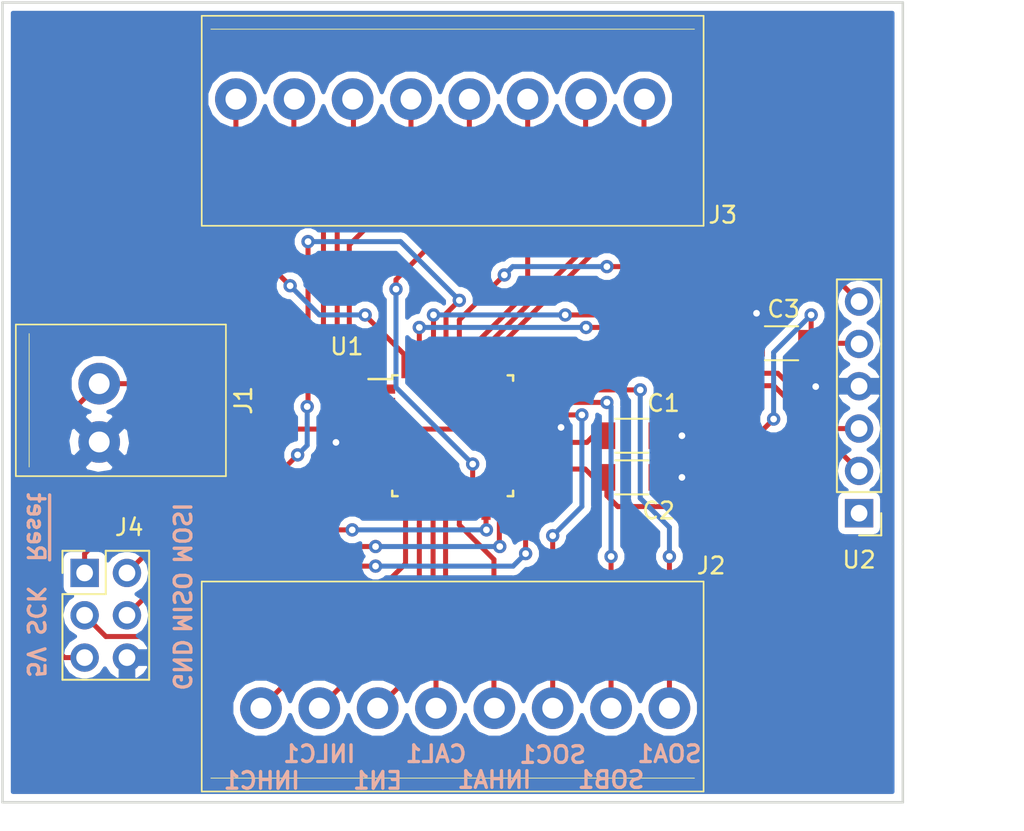
<source format=kicad_pcb>
(kicad_pcb (version 20171130) (host pcbnew "(5.0.1)-3")

  (general
    (thickness 1.6)
    (drawings 25)
    (tracks 190)
    (zones 0)
    (modules 9)
    (nets 32)
  )

  (page A4)
  (layers
    (0 F.Cu signal)
    (31 B.Cu signal hide)
    (32 B.Adhes user)
    (33 F.Adhes user)
    (34 B.Paste user)
    (35 F.Paste user)
    (36 B.SilkS user)
    (37 F.SilkS user)
    (38 B.Mask user)
    (39 F.Mask user)
    (40 Dwgs.User user)
    (41 Cmts.User user)
    (42 Eco1.User user)
    (43 Eco2.User user)
    (44 Edge.Cuts user)
    (45 Margin user)
    (46 B.CrtYd user)
    (47 F.CrtYd user)
    (48 B.Fab user hide)
    (49 F.Fab user hide)
  )

  (setup
    (last_trace_width 0.3)
    (user_trace_width 0.2)
    (user_trace_width 0.25)
    (user_trace_width 0.3)
    (user_trace_width 0.4)
    (user_trace_width 0.5)
    (trace_clearance 0.2)
    (zone_clearance 0.4)
    (zone_45_only no)
    (trace_min 0.2)
    (segment_width 0.2)
    (edge_width 0.15)
    (via_size 0.8)
    (via_drill 0.4)
    (via_min_size 0.4)
    (via_min_drill 0.3)
    (uvia_size 0.3)
    (uvia_drill 0.1)
    (uvias_allowed no)
    (uvia_min_size 0.2)
    (uvia_min_drill 0.1)
    (pcb_text_width 0.3)
    (pcb_text_size 1.5 1.5)
    (mod_edge_width 0.15)
    (mod_text_size 1 1)
    (mod_text_width 0.15)
    (pad_size 1.524 1.524)
    (pad_drill 0.762)
    (pad_to_mask_clearance 0.051)
    (solder_mask_min_width 0.25)
    (aux_axis_origin 0 0)
    (visible_elements 7FFDFFFF)
    (pcbplotparams
      (layerselection 0x010fc_ffffffff)
      (usegerberextensions false)
      (usegerberattributes false)
      (usegerberadvancedattributes false)
      (creategerberjobfile false)
      (excludeedgelayer true)
      (linewidth 0.100000)
      (plotframeref false)
      (viasonmask false)
      (mode 1)
      (useauxorigin false)
      (hpglpennumber 1)
      (hpglpenspeed 20)
      (hpglpendiameter 15.000000)
      (psnegative false)
      (psa4output false)
      (plotreference true)
      (plotvalue true)
      (plotinvisibletext false)
      (padsonsilk false)
      (subtractmaskfromsilk false)
      (outputformat 1)
      (mirror false)
      (drillshape 1)
      (scaleselection 1)
      (outputdirectory ""))
  )

  (net 0 "")
  (net 1 INHA1)
  (net 2 INHC1)
  (net 3 INLC1)
  (net 4 CAL1)
  (net 5 SOC1)
  (net 6 SOB1)
  (net 7 SOA1)
  (net 8 ENABLE1)
  (net 9 ENABLE2)
  (net 10 SOA2)
  (net 11 SOB2)
  (net 12 SOC2)
  (net 13 CAL2)
  (net 14 INLC2)
  (net 15 INHC2)
  (net 16 INHA2)
  (net 17 GND)
  (net 18 +5V)
  (net 19 ~RESET)
  (net 20 SCK)
  (net 21 MISO)
  (net 22 MOSI)
  (net 23 "Net-(U2-Pad1)")
  (net 24 HC-05_RX)
  (net 25 HC-05_TX)
  (net 26 PC5)
  (net 27 "Net-(C1-Pad1)")
  (net 28 "Net-(U1-Pad19)")
  (net 29 "Net-(U1-Pad6)")
  (net 30 "Net-(U1-Pad8)")
  (net 31 "Net-(U1-Pad7)")

  (net_class Default "This is the default net class."
    (clearance 0.2)
    (trace_width 0.25)
    (via_dia 0.8)
    (via_drill 0.4)
    (uvia_dia 0.3)
    (uvia_drill 0.1)
    (add_net +5V)
    (add_net CAL1)
    (add_net CAL2)
    (add_net ENABLE1)
    (add_net ENABLE2)
    (add_net GND)
    (add_net HC-05_RX)
    (add_net HC-05_TX)
    (add_net INHA1)
    (add_net INHA2)
    (add_net INHC1)
    (add_net INHC2)
    (add_net INLC1)
    (add_net INLC2)
    (add_net MISO)
    (add_net MOSI)
    (add_net "Net-(C1-Pad1)")
    (add_net "Net-(U1-Pad19)")
    (add_net "Net-(U1-Pad6)")
    (add_net "Net-(U1-Pad7)")
    (add_net "Net-(U1-Pad8)")
    (add_net "Net-(U2-Pad1)")
    (add_net PC5)
    (add_net SCK)
    (add_net SOA1)
    (add_net SOA2)
    (add_net SOB1)
    (add_net SOB2)
    (add_net SOC1)
    (add_net SOC2)
    (add_net ~RESET)
  )

  (module Capacitors_SMD:C_1206 (layer F.Cu) (tedit 58AA84B8) (tstamp 5BDA115D)
    (at 176.25 93)
    (descr "Capacitor SMD 1206, reflow soldering, AVX (see smccp.pdf)")
    (tags "capacitor 1206")
    (path /5BD8CA9F)
    (attr smd)
    (fp_text reference C1 (at 1.9 -1.95) (layer F.SilkS)
      (effects (font (size 1 1) (thickness 0.15)))
    )
    (fp_text value 0.1uF (at 0 2) (layer F.Fab)
      (effects (font (size 1 1) (thickness 0.15)))
    )
    (fp_line (start 2.25 1.05) (end -2.25 1.05) (layer F.CrtYd) (width 0.05))
    (fp_line (start 2.25 1.05) (end 2.25 -1.05) (layer F.CrtYd) (width 0.05))
    (fp_line (start -2.25 -1.05) (end -2.25 1.05) (layer F.CrtYd) (width 0.05))
    (fp_line (start -2.25 -1.05) (end 2.25 -1.05) (layer F.CrtYd) (width 0.05))
    (fp_line (start -1 1.02) (end 1 1.02) (layer F.SilkS) (width 0.12))
    (fp_line (start 1 -1.02) (end -1 -1.02) (layer F.SilkS) (width 0.12))
    (fp_line (start -1.6 -0.8) (end 1.6 -0.8) (layer F.Fab) (width 0.1))
    (fp_line (start 1.6 -0.8) (end 1.6 0.8) (layer F.Fab) (width 0.1))
    (fp_line (start 1.6 0.8) (end -1.6 0.8) (layer F.Fab) (width 0.1))
    (fp_line (start -1.6 0.8) (end -1.6 -0.8) (layer F.Fab) (width 0.1))
    (fp_text user %R (at 0 -1.75) (layer F.Fab)
      (effects (font (size 1 1) (thickness 0.15)))
    )
    (pad 2 smd rect (at 1.5 0) (size 1 1.6) (layers F.Cu F.Paste F.Mask)
      (net 17 GND))
    (pad 1 smd rect (at -1.5 0) (size 1 1.6) (layers F.Cu F.Paste F.Mask)
      (net 27 "Net-(C1-Pad1)"))
    (model Capacitors_SMD.3dshapes/C_1206.wrl
      (at (xyz 0 0 0))
      (scale (xyz 1 1 1))
      (rotate (xyz 0 0 0))
    )
  )

  (module Pin_Headers:Pin_Header_Straight_2x03_Pitch2.54mm (layer F.Cu) (tedit 59650532) (tstamp 5BDBDB48)
    (at 143.425 101.235)
    (descr "Through hole straight pin header, 2x03, 2.54mm pitch, double rows")
    (tags "Through hole pin header THT 2x03 2.54mm double row")
    (path /5BD8E0CC)
    (fp_text reference J4 (at 2.675 -2.735) (layer F.SilkS)
      (effects (font (size 1 1) (thickness 0.15)))
    )
    (fp_text value Programmer (at 1.27 7.41) (layer F.Fab)
      (effects (font (size 1 1) (thickness 0.15)))
    )
    (fp_text user %R (at 1.27 2.54 90) (layer F.Fab)
      (effects (font (size 1 1) (thickness 0.15)))
    )
    (fp_line (start 4.35 -1.8) (end -1.8 -1.8) (layer F.CrtYd) (width 0.05))
    (fp_line (start 4.35 6.85) (end 4.35 -1.8) (layer F.CrtYd) (width 0.05))
    (fp_line (start -1.8 6.85) (end 4.35 6.85) (layer F.CrtYd) (width 0.05))
    (fp_line (start -1.8 -1.8) (end -1.8 6.85) (layer F.CrtYd) (width 0.05))
    (fp_line (start -1.33 -1.33) (end 0 -1.33) (layer F.SilkS) (width 0.12))
    (fp_line (start -1.33 0) (end -1.33 -1.33) (layer F.SilkS) (width 0.12))
    (fp_line (start 1.27 -1.33) (end 3.87 -1.33) (layer F.SilkS) (width 0.12))
    (fp_line (start 1.27 1.27) (end 1.27 -1.33) (layer F.SilkS) (width 0.12))
    (fp_line (start -1.33 1.27) (end 1.27 1.27) (layer F.SilkS) (width 0.12))
    (fp_line (start 3.87 -1.33) (end 3.87 6.41) (layer F.SilkS) (width 0.12))
    (fp_line (start -1.33 1.27) (end -1.33 6.41) (layer F.SilkS) (width 0.12))
    (fp_line (start -1.33 6.41) (end 3.87 6.41) (layer F.SilkS) (width 0.12))
    (fp_line (start -1.27 0) (end 0 -1.27) (layer F.Fab) (width 0.1))
    (fp_line (start -1.27 6.35) (end -1.27 0) (layer F.Fab) (width 0.1))
    (fp_line (start 3.81 6.35) (end -1.27 6.35) (layer F.Fab) (width 0.1))
    (fp_line (start 3.81 -1.27) (end 3.81 6.35) (layer F.Fab) (width 0.1))
    (fp_line (start 0 -1.27) (end 3.81 -1.27) (layer F.Fab) (width 0.1))
    (pad 6 thru_hole oval (at 2.54 5.08) (size 1.7 1.7) (drill 1) (layers *.Cu *.Mask)
      (net 17 GND))
    (pad 5 thru_hole oval (at 0 5.08) (size 1.7 1.7) (drill 1) (layers *.Cu *.Mask)
      (net 18 +5V))
    (pad 4 thru_hole oval (at 2.54 2.54) (size 1.7 1.7) (drill 1) (layers *.Cu *.Mask)
      (net 21 MISO))
    (pad 3 thru_hole oval (at 0 2.54) (size 1.7 1.7) (drill 1) (layers *.Cu *.Mask)
      (net 20 SCK))
    (pad 2 thru_hole oval (at 2.54 0) (size 1.7 1.7) (drill 1) (layers *.Cu *.Mask)
      (net 22 MOSI))
    (pad 1 thru_hole rect (at 0 0) (size 1.7 1.7) (drill 1) (layers *.Cu *.Mask)
      (net 19 ~RESET))
    (model ${KISYS3DMOD}/Pin_Headers.3dshapes/Pin_Header_Straight_2x03_Pitch2.54mm.wrl
      (at (xyz 0 0 0))
      (scale (xyz 1 1 1))
      (rotate (xyz 0 0 0))
    )
  )

  (module Pin_Headers:Pin_Header_Straight_1x06_Pitch2.54mm (layer F.Cu) (tedit 59650532) (tstamp 5BD87CDC)
    (at 189.875 97.65 180)
    (descr "Through hole straight pin header, 1x06, 2.54mm pitch, single row")
    (tags "Through hole pin header THT 1x06 2.54mm single row")
    (path /5BD8C46F)
    (fp_text reference U2 (at 0 -2.8 180) (layer F.SilkS)
      (effects (font (size 1 1) (thickness 0.15)))
    )
    (fp_text value HC-05_BluetoothModule (at 0 15.03 180) (layer F.Fab)
      (effects (font (size 1 1) (thickness 0.15)))
    )
    (fp_line (start -0.635 -1.27) (end 1.27 -1.27) (layer F.Fab) (width 0.1))
    (fp_line (start 1.27 -1.27) (end 1.27 13.97) (layer F.Fab) (width 0.1))
    (fp_line (start 1.27 13.97) (end -1.27 13.97) (layer F.Fab) (width 0.1))
    (fp_line (start -1.27 13.97) (end -1.27 -0.635) (layer F.Fab) (width 0.1))
    (fp_line (start -1.27 -0.635) (end -0.635 -1.27) (layer F.Fab) (width 0.1))
    (fp_line (start -1.33 14.03) (end 1.33 14.03) (layer F.SilkS) (width 0.12))
    (fp_line (start -1.33 1.27) (end -1.33 14.03) (layer F.SilkS) (width 0.12))
    (fp_line (start 1.33 1.27) (end 1.33 14.03) (layer F.SilkS) (width 0.12))
    (fp_line (start -1.33 1.27) (end 1.33 1.27) (layer F.SilkS) (width 0.12))
    (fp_line (start -1.33 0) (end -1.33 -1.33) (layer F.SilkS) (width 0.12))
    (fp_line (start -1.33 -1.33) (end 0 -1.33) (layer F.SilkS) (width 0.12))
    (fp_line (start -1.8 -1.8) (end -1.8 14.5) (layer F.CrtYd) (width 0.05))
    (fp_line (start -1.8 14.5) (end 1.8 14.5) (layer F.CrtYd) (width 0.05))
    (fp_line (start 1.8 14.5) (end 1.8 -1.8) (layer F.CrtYd) (width 0.05))
    (fp_line (start 1.8 -1.8) (end -1.8 -1.8) (layer F.CrtYd) (width 0.05))
    (fp_text user %R (at 0 6.35 270) (layer F.Fab)
      (effects (font (size 1 1) (thickness 0.15)))
    )
    (pad 1 thru_hole rect (at 0 0 180) (size 1.7 1.7) (drill 1) (layers *.Cu *.Mask)
      (net 23 "Net-(U2-Pad1)"))
    (pad 2 thru_hole oval (at 0 2.54 180) (size 1.7 1.7) (drill 1) (layers *.Cu *.Mask)
      (net 24 HC-05_RX))
    (pad 3 thru_hole oval (at 0 5.08 180) (size 1.7 1.7) (drill 1) (layers *.Cu *.Mask)
      (net 25 HC-05_TX))
    (pad 4 thru_hole oval (at 0 7.62 180) (size 1.7 1.7) (drill 1) (layers *.Cu *.Mask)
      (net 17 GND))
    (pad 5 thru_hole oval (at 0 10.16 180) (size 1.7 1.7) (drill 1) (layers *.Cu *.Mask)
      (net 18 +5V))
    (pad 6 thru_hole oval (at 0 12.7 180) (size 1.7 1.7) (drill 1) (layers *.Cu *.Mask)
      (net 26 PC5))
    (model ${KISYS3DMOD}/Pin_Headers.3dshapes/Pin_Header_Straight_1x06_Pitch2.54mm.wrl
      (at (xyz 0 0 0))
      (scale (xyz 1 1 1))
      (rotate (xyz 0 0 0))
    )
  )

  (module Capacitors_SMD:C_1206 (layer F.Cu) (tedit 58AA84B8) (tstamp 5BDBDDC3)
    (at 185.225 87.45 180)
    (descr "Capacitor SMD 1206, reflow soldering, AVX (see smccp.pdf)")
    (tags "capacitor 1206")
    (path /5BD8C64F)
    (attr smd)
    (fp_text reference C3 (at -0.125 2.05 180) (layer F.SilkS)
      (effects (font (size 1 1) (thickness 0.15)))
    )
    (fp_text value 0.1uF (at 0 2 180) (layer F.Fab)
      (effects (font (size 1 1) (thickness 0.15)))
    )
    (fp_line (start 2.25 1.05) (end -2.25 1.05) (layer F.CrtYd) (width 0.05))
    (fp_line (start 2.25 1.05) (end 2.25 -1.05) (layer F.CrtYd) (width 0.05))
    (fp_line (start -2.25 -1.05) (end -2.25 1.05) (layer F.CrtYd) (width 0.05))
    (fp_line (start -2.25 -1.05) (end 2.25 -1.05) (layer F.CrtYd) (width 0.05))
    (fp_line (start -1 1.02) (end 1 1.02) (layer F.SilkS) (width 0.12))
    (fp_line (start 1 -1.02) (end -1 -1.02) (layer F.SilkS) (width 0.12))
    (fp_line (start -1.6 -0.8) (end 1.6 -0.8) (layer F.Fab) (width 0.1))
    (fp_line (start 1.6 -0.8) (end 1.6 0.8) (layer F.Fab) (width 0.1))
    (fp_line (start 1.6 0.8) (end -1.6 0.8) (layer F.Fab) (width 0.1))
    (fp_line (start -1.6 0.8) (end -1.6 -0.8) (layer F.Fab) (width 0.1))
    (fp_text user %R (at 0 -1.75 180) (layer F.Fab)
      (effects (font (size 1 1) (thickness 0.15)))
    )
    (pad 2 smd rect (at 1.5 0 180) (size 1 1.6) (layers F.Cu F.Paste F.Mask)
      (net 17 GND))
    (pad 1 smd rect (at -1.5 0 180) (size 1 1.6) (layers F.Cu F.Paste F.Mask)
      (net 18 +5V))
    (model Capacitors_SMD.3dshapes/C_1206.wrl
      (at (xyz 0 0 0))
      (scale (xyz 1 1 1))
      (rotate (xyz 0 0 0))
    )
  )

  (module Capacitors_SMD:C_1206 (layer F.Cu) (tedit 58AA84B8) (tstamp 5BDA116E)
    (at 176.25 95.5 180)
    (descr "Capacitor SMD 1206, reflow soldering, AVX (see smccp.pdf)")
    (tags "capacitor 1206")
    (path /5BD8C8F6)
    (attr smd)
    (fp_text reference C2 (at -1.6 -2 180) (layer F.SilkS)
      (effects (font (size 1 1) (thickness 0.15)))
    )
    (fp_text value 0.1uF (at 0 2 180) (layer F.Fab)
      (effects (font (size 1 1) (thickness 0.15)))
    )
    (fp_text user %R (at 0 -1.75 180) (layer F.Fab)
      (effects (font (size 1 1) (thickness 0.15)))
    )
    (fp_line (start -1.6 0.8) (end -1.6 -0.8) (layer F.Fab) (width 0.1))
    (fp_line (start 1.6 0.8) (end -1.6 0.8) (layer F.Fab) (width 0.1))
    (fp_line (start 1.6 -0.8) (end 1.6 0.8) (layer F.Fab) (width 0.1))
    (fp_line (start -1.6 -0.8) (end 1.6 -0.8) (layer F.Fab) (width 0.1))
    (fp_line (start 1 -1.02) (end -1 -1.02) (layer F.SilkS) (width 0.12))
    (fp_line (start -1 1.02) (end 1 1.02) (layer F.SilkS) (width 0.12))
    (fp_line (start -2.25 -1.05) (end 2.25 -1.05) (layer F.CrtYd) (width 0.05))
    (fp_line (start -2.25 -1.05) (end -2.25 1.05) (layer F.CrtYd) (width 0.05))
    (fp_line (start 2.25 1.05) (end 2.25 -1.05) (layer F.CrtYd) (width 0.05))
    (fp_line (start 2.25 1.05) (end -2.25 1.05) (layer F.CrtYd) (width 0.05))
    (pad 1 smd rect (at -1.5 0 180) (size 1 1.6) (layers F.Cu F.Paste F.Mask)
      (net 17 GND))
    (pad 2 smd rect (at 1.5 0 180) (size 1 1.6) (layers F.Cu F.Paste F.Mask)
      (net 18 +5V))
    (model Capacitors_SMD.3dshapes/C_1206.wrl
      (at (xyz 0 0 0))
      (scale (xyz 1 1 1))
      (rotate (xyz 0 0 0))
    )
  )

  (module Housings_QFP:TQFP-32_7x7mm_Pitch0.8mm (layer F.Cu) (tedit 58CC9A48) (tstamp 5BDA114C)
    (at 165.5 93)
    (descr "32-Lead Plastic Thin Quad Flatpack (PT) - 7x7x1.0 mm Body, 2.00 mm [TQFP] (see Microchip Packaging Specification 00000049BS.pdf)")
    (tags "QFP 0.8")
    (path /5BD8C7F2)
    (attr smd)
    (fp_text reference U1 (at -6.35 -5.35) (layer F.SilkS)
      (effects (font (size 1 1) (thickness 0.15)))
    )
    (fp_text value ATmega328PB-AU (at 0 6.05) (layer F.Fab)
      (effects (font (size 1 1) (thickness 0.15)))
    )
    (fp_line (start -3.625 -3.4) (end -5.05 -3.4) (layer F.SilkS) (width 0.15))
    (fp_line (start 3.625 -3.625) (end 3.3 -3.625) (layer F.SilkS) (width 0.15))
    (fp_line (start 3.625 3.625) (end 3.3 3.625) (layer F.SilkS) (width 0.15))
    (fp_line (start -3.625 3.625) (end -3.3 3.625) (layer F.SilkS) (width 0.15))
    (fp_line (start -3.625 -3.625) (end -3.3 -3.625) (layer F.SilkS) (width 0.15))
    (fp_line (start -3.625 3.625) (end -3.625 3.3) (layer F.SilkS) (width 0.15))
    (fp_line (start 3.625 3.625) (end 3.625 3.3) (layer F.SilkS) (width 0.15))
    (fp_line (start 3.625 -3.625) (end 3.625 -3.3) (layer F.SilkS) (width 0.15))
    (fp_line (start -3.625 -3.625) (end -3.625 -3.4) (layer F.SilkS) (width 0.15))
    (fp_line (start -5.3 5.3) (end 5.3 5.3) (layer F.CrtYd) (width 0.05))
    (fp_line (start -5.3 -5.3) (end 5.3 -5.3) (layer F.CrtYd) (width 0.05))
    (fp_line (start 5.3 -5.3) (end 5.3 5.3) (layer F.CrtYd) (width 0.05))
    (fp_line (start -5.3 -5.3) (end -5.3 5.3) (layer F.CrtYd) (width 0.05))
    (fp_line (start -3.5 -2.5) (end -2.5 -3.5) (layer F.Fab) (width 0.15))
    (fp_line (start -3.5 3.5) (end -3.5 -2.5) (layer F.Fab) (width 0.15))
    (fp_line (start 3.5 3.5) (end -3.5 3.5) (layer F.Fab) (width 0.15))
    (fp_line (start 3.5 -3.5) (end 3.5 3.5) (layer F.Fab) (width 0.15))
    (fp_line (start -2.5 -3.5) (end 3.5 -3.5) (layer F.Fab) (width 0.15))
    (fp_text user %R (at 0 0) (layer F.Fab)
      (effects (font (size 1 1) (thickness 0.15)))
    )
    (pad 32 smd rect (at -2.8 -4.25 90) (size 1.6 0.55) (layers F.Cu F.Paste F.Mask)
      (net 16 INHA2))
    (pad 31 smd rect (at -2 -4.25 90) (size 1.6 0.55) (layers F.Cu F.Paste F.Mask)
      (net 24 HC-05_RX))
    (pad 30 smd rect (at -1.2 -4.25 90) (size 1.6 0.55) (layers F.Cu F.Paste F.Mask)
      (net 25 HC-05_TX))
    (pad 29 smd rect (at -0.4 -4.25 90) (size 1.6 0.55) (layers F.Cu F.Paste F.Mask)
      (net 19 ~RESET))
    (pad 28 smd rect (at 0.4 -4.25 90) (size 1.6 0.55) (layers F.Cu F.Paste F.Mask)
      (net 26 PC5))
    (pad 27 smd rect (at 1.2 -4.25 90) (size 1.6 0.55) (layers F.Cu F.Paste F.Mask)
      (net 10 SOA2))
    (pad 26 smd rect (at 2 -4.25 90) (size 1.6 0.55) (layers F.Cu F.Paste F.Mask)
      (net 11 SOB2))
    (pad 25 smd rect (at 2.8 -4.25 90) (size 1.6 0.55) (layers F.Cu F.Paste F.Mask)
      (net 12 SOC2))
    (pad 24 smd rect (at 4.25 -2.8) (size 1.6 0.55) (layers F.Cu F.Paste F.Mask)
      (net 7 SOA1))
    (pad 23 smd rect (at 4.25 -2) (size 1.6 0.55) (layers F.Cu F.Paste F.Mask)
      (net 6 SOB1))
    (pad 22 smd rect (at 4.25 -1.2) (size 1.6 0.55) (layers F.Cu F.Paste F.Mask)
      (net 5 SOC1))
    (pad 21 smd rect (at 4.25 -0.4) (size 1.6 0.55) (layers F.Cu F.Paste F.Mask)
      (net 17 GND))
    (pad 20 smd rect (at 4.25 0.4) (size 1.6 0.55) (layers F.Cu F.Paste F.Mask)
      (net 27 "Net-(C1-Pad1)"))
    (pad 19 smd rect (at 4.25 1.2) (size 1.6 0.55) (layers F.Cu F.Paste F.Mask)
      (net 28 "Net-(U1-Pad19)"))
    (pad 18 smd rect (at 4.25 2) (size 1.6 0.55) (layers F.Cu F.Paste F.Mask)
      (net 18 +5V))
    (pad 17 smd rect (at 4.25 2.8) (size 1.6 0.55) (layers F.Cu F.Paste F.Mask)
      (net 20 SCK))
    (pad 16 smd rect (at 2.8 4.25 90) (size 1.6 0.55) (layers F.Cu F.Paste F.Mask)
      (net 21 MISO))
    (pad 15 smd rect (at 2 4.25 90) (size 1.6 0.55) (layers F.Cu F.Paste F.Mask)
      (net 22 MOSI))
    (pad 14 smd rect (at 1.2 4.25 90) (size 1.6 0.55) (layers F.Cu F.Paste F.Mask)
      (net 9 ENABLE2))
    (pad 13 smd rect (at 0.4 4.25 90) (size 1.6 0.55) (layers F.Cu F.Paste F.Mask)
      (net 1 INHA1))
    (pad 12 smd rect (at -0.4 4.25 90) (size 1.6 0.55) (layers F.Cu F.Paste F.Mask)
      (net 4 CAL1))
    (pad 11 smd rect (at -1.2 4.25 90) (size 1.6 0.55) (layers F.Cu F.Paste F.Mask)
      (net 8 ENABLE1))
    (pad 10 smd rect (at -2 4.25 90) (size 1.6 0.55) (layers F.Cu F.Paste F.Mask)
      (net 3 INLC1))
    (pad 9 smd rect (at -2.8 4.25 90) (size 1.6 0.55) (layers F.Cu F.Paste F.Mask)
      (net 2 INHC1))
    (pad 8 smd rect (at -4.25 2.8) (size 1.6 0.55) (layers F.Cu F.Paste F.Mask)
      (net 30 "Net-(U1-Pad8)"))
    (pad 7 smd rect (at -4.25 2) (size 1.6 0.55) (layers F.Cu F.Paste F.Mask)
      (net 31 "Net-(U1-Pad7)"))
    (pad 6 smd rect (at -4.25 1.2) (size 1.6 0.55) (layers F.Cu F.Paste F.Mask)
      (net 29 "Net-(U1-Pad6)"))
    (pad 5 smd rect (at -4.25 0.4) (size 1.6 0.55) (layers F.Cu F.Paste F.Mask)
      (net 17 GND))
    (pad 4 smd rect (at -4.25 -0.4) (size 1.6 0.55) (layers F.Cu F.Paste F.Mask)
      (net 18 +5V))
    (pad 3 smd rect (at -4.25 -1.2) (size 1.6 0.55) (layers F.Cu F.Paste F.Mask)
      (net 15 INHC2))
    (pad 2 smd rect (at -4.25 -2) (size 1.6 0.55) (layers F.Cu F.Paste F.Mask)
      (net 14 INLC2))
    (pad 1 smd rect (at -4.25 -2.8) (size 1.6 0.55) (layers F.Cu F.Paste F.Mask)
      (net 13 CAL2))
    (model ${KISYS3DMOD}/Housings_QFP.3dshapes/TQFP-32_7x7mm_Pitch0.8mm.wrl
      (at (xyz 0 0 0))
      (scale (xyz 1 1 1))
      (rotate (xyz 0 0 0))
    )
  )

  (module myLib:PhoenixContact_1984963_2-Pin-Connector_8A_P3.5mm (layer F.Cu) (tedit 5BD13F6E) (tstamp 5BDA1047)
    (at 145.6 90.875 270)
    (path /5BD928C9)
    (fp_text reference J1 (at 0 -7.35 270) (layer F.SilkS)
      (effects (font (size 1 1) (thickness 0.15)))
    )
    (fp_text value "POWER IN" (at 0 -10 270) (layer F.Fab)
      (effects (font (size 1 1) (thickness 0.15)))
    )
    (fp_line (start 4.25 0) (end 4.25 -6) (layer F.Fab) (width 0.1))
    (fp_line (start 4.25 -6) (end 0 -6) (layer F.Fab) (width 0.1))
    (fp_line (start 0 -6) (end -4.25 -6) (layer F.Fab) (width 0.1))
    (fp_line (start -4.25 -6) (end -4.25 0) (layer F.Fab) (width 0.1))
    (fp_line (start -4.25 0) (end -4.25 6) (layer F.Fab) (width 0.1))
    (fp_line (start -4.25 6) (end 4.25 6) (layer F.Fab) (width 0.1))
    (fp_line (start 4.25 6) (end 4.25 0) (layer F.Fab) (width 0.1))
    (fp_line (start 4.55 -6.3) (end -4.55 -6.3) (layer F.SilkS) (width 0.1))
    (fp_line (start -4.55 -6.3) (end -4.55 6.3) (layer F.SilkS) (width 0.1))
    (fp_line (start -4.55 6.3) (end 4.55 6.3) (layer F.SilkS) (width 0.1))
    (fp_line (start 4.55 6.3) (end 4.55 -6.3) (layer F.SilkS) (width 0.1))
    (fp_line (start 4.5 -6.25) (end -4.5 -6.25) (layer F.CrtYd) (width 0.05))
    (fp_line (start -4.5 -6.25) (end -4.5 6.25) (layer F.CrtYd) (width 0.05))
    (fp_line (start -4.5 6.25) (end 4.5 6.25) (layer F.CrtYd) (width 0.05))
    (fp_line (start 4.5 6.25) (end 4.5 -6.25) (layer F.CrtYd) (width 0.05))
    (fp_text user %R (at 0 -1 270) (layer F.Fab)
      (effects (font (size 1 1) (thickness 0.15)))
    )
    (fp_line (start 4 5.5) (end -4 5.5) (layer F.SilkS) (width 0.05))
    (pad 2 thru_hole circle (at 2.5 1.3 270) (size 2.5 2.5) (drill 1.25) (layers *.Cu *.Mask)
      (net 17 GND))
    (pad 1 thru_hole circle (at -1 1.3 270) (size 2.5 2.5) (drill 1.25) (layers *.Cu *.Mask)
      (net 18 +5V))
  )

  (module myLib:PhoenixContact_1985027_8-Pin-Connector_8A_P3.5mm (layer F.Cu) (tedit 5BD13F0E) (tstamp 5BDB058C)
    (at 165.5 74.1 180)
    (path /5BD8C31D)
    (fp_text reference J3 (at -16.2 -5.65 180) (layer F.SilkS)
      (effects (font (size 1 1) (thickness 0.15)))
    )
    (fp_text value MC1 (at 0 -11 180) (layer F.Fab)
      (effects (font (size 1 1) (thickness 0.15)))
    )
    (fp_line (start 14.5 5.5) (end -14.5 5.5) (layer F.SilkS) (width 0.05))
    (fp_line (start 15 6.25) (end 15 -6.25) (layer F.CrtYd) (width 0.05))
    (fp_line (start -15 6.25) (end 15 6.25) (layer F.CrtYd) (width 0.05))
    (fp_line (start -15 -6.25) (end -15 6.25) (layer F.CrtYd) (width 0.05))
    (fp_line (start 15 -6.25) (end -15 -6.25) (layer F.CrtYd) (width 0.05))
    (fp_text user %R (at 0 -1.5 180) (layer F.Fab)
      (effects (font (size 1 1) (thickness 0.15)))
    )
    (fp_line (start 15.05 6.3) (end 15.05 -6.3) (layer F.SilkS) (width 0.1))
    (fp_line (start -15.05 6.3) (end 15.05 6.3) (layer F.SilkS) (width 0.1))
    (fp_line (start -15.05 -6.3) (end -15.05 6.3) (layer F.SilkS) (width 0.1))
    (fp_line (start 15.05 -6.3) (end -15.05 -6.3) (layer F.SilkS) (width 0.1))
    (fp_line (start 14.75 6) (end 14.75 0) (layer F.Fab) (width 0.1))
    (fp_line (start -14.75 6) (end 14.75 6) (layer F.Fab) (width 0.1))
    (fp_line (start -14.75 -6) (end -14.75 6) (layer F.Fab) (width 0.1))
    (fp_line (start 14.75 -6) (end -14.75 -6) (layer F.Fab) (width 0.1))
    (fp_line (start 14.75 0) (end 14.75 -6) (layer F.Fab) (width 0.1))
    (pad 1 thru_hole circle (at -11.5 1.3 180) (size 2.5 2.5) (drill 1.25) (layers *.Cu *.Mask)
      (net 12 SOC2))
    (pad 2 thru_hole circle (at -8 1.3 180) (size 2.5 2.5) (drill 1.25) (layers *.Cu *.Mask)
      (net 11 SOB2))
    (pad 3 thru_hole circle (at -4.5 1.3 180) (size 2.5 2.5) (drill 1.25) (layers *.Cu *.Mask)
      (net 10 SOA2))
    (pad 4 thru_hole circle (at -1 1.3 180) (size 2.5 2.5) (drill 1.25) (layers *.Cu *.Mask)
      (net 9 ENABLE2))
    (pad 5 thru_hole circle (at 2.5 1.3 180) (size 2.5 2.5) (drill 1.25) (layers *.Cu *.Mask)
      (net 13 CAL2))
    (pad 6 thru_hole circle (at 6 1.3 180) (size 2.5 2.5) (drill 1.25) (layers *.Cu *.Mask)
      (net 14 INLC2))
    (pad 7 thru_hole circle (at 9.5 1.3 180) (size 2.5 2.5) (drill 1.25) (layers *.Cu *.Mask)
      (net 15 INHC2))
    (pad 8 thru_hole circle (at 13 1.3 180) (size 2.5 2.5) (drill 1.25) (layers *.Cu *.Mask)
      (net 16 INHA2))
  )

  (module myLib:PhoenixContact_1985027_8-Pin-Connector_8A_P3.5mm (layer F.Cu) (tedit 5BD13F0E) (tstamp 5BDA1015)
    (at 165.5 108.05)
    (path /5BD8C2B3)
    (fp_text reference J2 (at 15.5 -7.25) (layer F.SilkS)
      (effects (font (size 1 1) (thickness 0.15)))
    )
    (fp_text value MC2 (at 0 -11) (layer F.Fab)
      (effects (font (size 1 1) (thickness 0.15)))
    )
    (fp_line (start 14.75 0) (end 14.75 -6) (layer F.Fab) (width 0.1))
    (fp_line (start 14.75 -6) (end -14.75 -6) (layer F.Fab) (width 0.1))
    (fp_line (start -14.75 -6) (end -14.75 6) (layer F.Fab) (width 0.1))
    (fp_line (start -14.75 6) (end 14.75 6) (layer F.Fab) (width 0.1))
    (fp_line (start 14.75 6) (end 14.75 0) (layer F.Fab) (width 0.1))
    (fp_line (start 15.05 -6.3) (end -15.05 -6.3) (layer F.SilkS) (width 0.1))
    (fp_line (start -15.05 -6.3) (end -15.05 6.3) (layer F.SilkS) (width 0.1))
    (fp_line (start -15.05 6.3) (end 15.05 6.3) (layer F.SilkS) (width 0.1))
    (fp_line (start 15.05 6.3) (end 15.05 -6.3) (layer F.SilkS) (width 0.1))
    (fp_text user %R (at 0 -1.5) (layer F.Fab)
      (effects (font (size 1 1) (thickness 0.15)))
    )
    (fp_line (start 15 -6.25) (end -15 -6.25) (layer F.CrtYd) (width 0.05))
    (fp_line (start -15 -6.25) (end -15 6.25) (layer F.CrtYd) (width 0.05))
    (fp_line (start -15 6.25) (end 15 6.25) (layer F.CrtYd) (width 0.05))
    (fp_line (start 15 6.25) (end 15 -6.25) (layer F.CrtYd) (width 0.05))
    (fp_line (start 14.5 5.5) (end -14.5 5.5) (layer F.SilkS) (width 0.05))
    (pad 8 thru_hole circle (at 13 1.3) (size 2.5 2.5) (drill 1.25) (layers *.Cu *.Mask)
      (net 7 SOA1))
    (pad 7 thru_hole circle (at 9.5 1.3) (size 2.5 2.5) (drill 1.25) (layers *.Cu *.Mask)
      (net 6 SOB1))
    (pad 6 thru_hole circle (at 6 1.3) (size 2.5 2.5) (drill 1.25) (layers *.Cu *.Mask)
      (net 5 SOC1))
    (pad 5 thru_hole circle (at 2.5 1.3) (size 2.5 2.5) (drill 1.25) (layers *.Cu *.Mask)
      (net 1 INHA1))
    (pad 4 thru_hole circle (at -1 1.3) (size 2.5 2.5) (drill 1.25) (layers *.Cu *.Mask)
      (net 4 CAL1))
    (pad 3 thru_hole circle (at -4.5 1.3) (size 2.5 2.5) (drill 1.25) (layers *.Cu *.Mask)
      (net 8 ENABLE1))
    (pad 2 thru_hole circle (at -8 1.3) (size 2.5 2.5) (drill 1.25) (layers *.Cu *.Mask)
      (net 3 INLC1))
    (pad 1 thru_hole circle (at -11.5 1.3) (size 2.5 2.5) (drill 1.25) (layers *.Cu *.Mask)
      (net 2 INHC1))
  )

  (gr_text MOSI (at 149.25 98.85 270) (layer B.SilkS) (tstamp 5BD89507)
    (effects (font (size 1 1) (thickness 0.2)) (justify mirror))
  )
  (gr_text MISO (at 149.25 103 270) (layer B.SilkS) (tstamp 5BD8951C)
    (effects (font (size 1 1) (thickness 0.2)) (justify mirror))
  )
  (gr_text ~Reset (at 140.5 98.5 270) (layer B.SilkS) (tstamp 5BD89510)
    (effects (font (size 1 1) (thickness 0.2)) (justify mirror))
  )
  (gr_text SCK (at 140.5 103.5 270) (layer B.SilkS) (tstamp 5BD89507)
    (effects (font (size 1 1) (thickness 0.2)) (justify mirror))
  )
  (gr_text 5V (at 140.5 106.6 270) (layer B.SilkS) (tstamp 5BD89412)
    (effects (font (size 1 1) (thickness 0.2)) (justify mirror))
  )
  (gr_text GND (at 149.25 106.75 270) (layer B.SilkS) (tstamp 5BD89406)
    (effects (font (size 1 1) (thickness 0.2)) (justify mirror))
  )
  (gr_text INHC1 (at 154.05 113.7) (layer B.SilkS) (tstamp 5BD893AE)
    (effects (font (size 1 1) (thickness 0.2)) (justify mirror))
  )
  (gr_text INLC1 (at 157.5 112.1) (layer B.SilkS) (tstamp 5BD893AE)
    (effects (font (size 1 1) (thickness 0.2)) (justify mirror))
  )
  (gr_text EN1 (at 161 113.7) (layer B.SilkS) (tstamp 5BD893AE)
    (effects (font (size 1 1) (thickness 0.2)) (justify mirror))
  )
  (gr_text CAL1 (at 164.5 112.1) (layer B.SilkS) (tstamp 5BD893AE)
    (effects (font (size 1 1) (thickness 0.2)) (justify mirror))
  )
  (gr_text INHA1 (at 168 113.65) (layer B.SilkS) (tstamp 5BD893E7)
    (effects (font (size 1 1) (thickness 0.2)) (justify mirror))
  )
  (gr_text SOC1 (at 171.5 112.15) (layer B.SilkS) (tstamp 5BD893ED)
    (effects (font (size 1 1) (thickness 0.2)) (justify mirror))
  )
  (gr_text SOB1 (at 175 113.65) (layer B.SilkS) (tstamp 5BD893AE)
    (effects (font (size 1 1) (thickness 0.2)) (justify mirror))
  )
  (gr_text SOA1 (at 178.5 112.1) (layer B.SilkS) (tstamp 5BD893D5)
    (effects (font (size 1 1) (thickness 0.2)) (justify mirror))
  )
  (gr_line (start 139 114.5) (end 192 114.5) (layer Margin) (width 0.2))
  (gr_line (start 139 67.5) (end 139 114.5) (layer Margin) (width 0.2))
  (gr_line (start 192 67.5) (end 139 67.5) (layer Margin) (width 0.2))
  (gr_line (start 192 114.5) (end 192 67.5) (layer Margin) (width 0.2))
  (dimension 48 (width 0.3) (layer Dwgs.User)
    (gr_text "48.000 mm" (at 197.85 91 90) (layer Dwgs.User)
      (effects (font (size 1.5 1.5) (thickness 0.3)))
    )
    (feature1 (pts (xy 192.5 67) (xy 196.336421 67)))
    (feature2 (pts (xy 192.5 115) (xy 196.336421 115)))
    (crossbar (pts (xy 195.75 115) (xy 195.75 67)))
    (arrow1a (pts (xy 195.75 67) (xy 196.336421 68.126504)))
    (arrow1b (pts (xy 195.75 67) (xy 195.163579 68.126504)))
    (arrow2a (pts (xy 195.75 115) (xy 196.336421 113.873496)))
    (arrow2b (pts (xy 195.75 115) (xy 195.163579 113.873496)))
  )
  (dimension 54 (width 0.3) (layer Dwgs.User)
    (gr_text "54.000 mm" (at 165.5 118.1) (layer Dwgs.User)
      (effects (font (size 1.5 1.5) (thickness 0.3)))
    )
    (feature1 (pts (xy 138.5 115) (xy 138.5 116.586421)))
    (feature2 (pts (xy 192.5 115) (xy 192.5 116.586421)))
    (crossbar (pts (xy 192.5 116) (xy 138.5 116)))
    (arrow1a (pts (xy 138.5 116) (xy 139.626504 115.413579)))
    (arrow1b (pts (xy 138.5 116) (xy 139.626504 116.586421)))
    (arrow2a (pts (xy 192.5 116) (xy 191.373496 115.413579)))
    (arrow2b (pts (xy 192.5 116) (xy 191.373496 116.586421)))
  )
  (gr_line (start 192.5 115) (end 192.5 99.5) (layer Edge.Cuts) (width 0.15))
  (gr_line (start 138.5 115) (end 192.5 115) (layer Edge.Cuts) (width 0.15))
  (gr_line (start 138.5 67) (end 138.5 115) (layer Edge.Cuts) (width 0.15))
  (gr_line (start 192.5 67) (end 138.5 67) (layer Edge.Cuts) (width 0.15))
  (gr_line (start 192.5 99.5) (end 192.5 67) (layer Edge.Cuts) (width 0.15))

  (segment (start 165.9 98.35) (end 167.975 100.425) (width 0.3) (layer F.Cu) (net 1))
  (segment (start 165.9 97.25) (end 165.9 98.35) (width 0.3) (layer F.Cu) (net 1))
  (segment (start 167.975 100.425) (end 167.975 109.3) (width 0.3) (layer F.Cu) (net 1))
  (segment (start 154 109.35) (end 162.675 100.675) (width 0.3) (layer F.Cu) (net 2))
  (segment (start 162.675 100.675) (end 162.675 97.2) (width 0.3) (layer F.Cu) (net 2))
  (segment (start 163.5 103.35) (end 163.5 98.35) (width 0.3) (layer F.Cu) (net 3))
  (segment (start 157.5 109.35) (end 163.5 103.35) (width 0.3) (layer F.Cu) (net 3))
  (segment (start 163.5 98.35) (end 163.5 97.25) (width 0.3) (layer F.Cu) (net 3))
  (segment (start 164.5 107.582234) (end 165.075 107.007234) (width 0.3) (layer F.Cu) (net 4))
  (segment (start 164.5 109.35) (end 164.5 107.582234) (width 0.3) (layer F.Cu) (net 4))
  (segment (start 165.075 107.007234) (end 165.075 97.25) (width 0.3) (layer F.Cu) (net 4))
  (via (at 171.5 99) (size 0.8) (drill 0.4) (layers F.Cu B.Cu) (net 5))
  (segment (start 171.5 109.35) (end 171.5 99) (width 0.3) (layer F.Cu) (net 5))
  (via (at 173.25 91.75) (size 0.8) (drill 0.4) (layers F.Cu B.Cu) (net 5))
  (segment (start 171.5 99) (end 173.25 97.25) (width 0.3) (layer B.Cu) (net 5))
  (segment (start 173.25 97.25) (end 173.25 91.75) (width 0.3) (layer B.Cu) (net 5))
  (segment (start 169.8 91.75) (end 169.75 91.8) (width 0.3) (layer F.Cu) (net 5))
  (segment (start 173.25 91.75) (end 169.8 91.75) (width 0.3) (layer F.Cu) (net 5))
  (via (at 175 100.25) (size 0.8) (drill 0.4) (layers F.Cu B.Cu) (net 6))
  (segment (start 175 109.35) (end 175 100.25) (width 0.3) (layer F.Cu) (net 6))
  (via (at 174.75 91) (size 0.8) (drill 0.4) (layers F.Cu B.Cu) (net 6))
  (segment (start 175 100.25) (end 175 91.25) (width 0.3) (layer B.Cu) (net 6))
  (segment (start 175 91.25) (end 174.75 91) (width 0.3) (layer B.Cu) (net 6))
  (segment (start 174.75 91) (end 169.75 91) (width 0.3) (layer F.Cu) (net 6))
  (via (at 178.5 100.25) (size 0.8) (drill 0.4) (layers F.Cu B.Cu) (net 7))
  (segment (start 178.5 109.35) (end 178.5 100.25) (width 0.3) (layer F.Cu) (net 7))
  (segment (start 178.5 100.25) (end 178.5 98.5) (width 0.3) (layer B.Cu) (net 7))
  (via (at 176.75 90.25) (size 0.8) (drill 0.4) (layers F.Cu B.Cu) (net 7))
  (segment (start 178.5 98.5) (end 176.75 96.75) (width 0.3) (layer B.Cu) (net 7))
  (segment (start 176.75 96.75) (end 176.75 90.25) (width 0.3) (layer B.Cu) (net 7) (tstamp 5BD89324))
  (segment (start 169.8 90.25) (end 169.75 90.2) (width 0.3) (layer F.Cu) (net 7))
  (segment (start 176.75 90.25) (end 169.8 90.25) (width 0.3) (layer F.Cu) (net 7))
  (segment (start 161 109.35) (end 164.325 106.025) (width 0.3) (layer F.Cu) (net 8))
  (segment (start 164.325 106.025) (end 164.325 97.2) (width 0.3) (layer F.Cu) (net 8))
  (via (at 166.7 94.7) (size 0.8) (drill 0.4) (layers F.Cu B.Cu) (net 9))
  (segment (start 166.7 97.25) (end 166.7 94.7) (width 0.3) (layer F.Cu) (net 9))
  (via (at 162.1 84.2) (size 0.8) (drill 0.4) (layers F.Cu B.Cu) (net 9))
  (segment (start 166.7 94.7) (end 162.1 90.1) (width 0.3) (layer B.Cu) (net 9))
  (segment (start 162.1 90.1) (end 162.1 84.2) (width 0.3) (layer B.Cu) (net 9))
  (segment (start 166.5 74.567766) (end 166.5 72.8) (width 0.3) (layer F.Cu) (net 9))
  (segment (start 166.5 79.234315) (end 166.5 74.567766) (width 0.3) (layer F.Cu) (net 9))
  (segment (start 162.1 83.634315) (end 166.5 79.234315) (width 0.3) (layer F.Cu) (net 9))
  (segment (start 162.1 84.2) (end 162.1 83.634315) (width 0.3) (layer F.Cu) (net 9))
  (segment (start 166.7 87.65) (end 170 84.35) (width 0.3) (layer F.Cu) (net 10))
  (segment (start 166.7 88.75) (end 166.7 87.65) (width 0.3) (layer F.Cu) (net 10))
  (segment (start 170 84.35) (end 170 72.875) (width 0.3) (layer F.Cu) (net 10))
  (segment (start 167.5 87.65) (end 173.475 81.675) (width 0.3) (layer F.Cu) (net 11))
  (segment (start 167.5 88.75) (end 167.5 87.65) (width 0.3) (layer F.Cu) (net 11))
  (segment (start 173.475 81.675) (end 173.475 73.525) (width 0.3) (layer F.Cu) (net 11))
  (segment (start 168.3 87.65) (end 176.975 78.975) (width 0.3) (layer F.Cu) (net 12))
  (segment (start 168.3 88.75) (end 168.3 87.65) (width 0.3) (layer F.Cu) (net 12))
  (segment (start 176.975 78.975) (end 176.975 72.8) (width 0.3) (layer F.Cu) (net 12))
  (segment (start 160.15 90.2) (end 159.3 89.35) (width 0.3) (layer F.Cu) (net 13))
  (segment (start 161.25 90.2) (end 160.15 90.2) (width 0.3) (layer F.Cu) (net 13))
  (segment (start 159.3 89.35) (end 159.3 81.55) (width 0.3) (layer F.Cu) (net 13))
  (segment (start 159.3 81.55) (end 163 77.85) (width 0.3) (layer F.Cu) (net 13))
  (segment (start 163 77.85) (end 163 72.825) (width 0.3) (layer F.Cu) (net 13))
  (segment (start 163 72.825) (end 163.025 72.8) (width 0.3) (layer F.Cu) (net 13))
  (segment (start 161.25 91) (end 159.875 91) (width 0.3) (layer F.Cu) (net 14))
  (segment (start 159.875 91) (end 158.575 89.7) (width 0.3) (layer F.Cu) (net 14))
  (segment (start 158.575 89.7) (end 158.575 78.85) (width 0.3) (layer F.Cu) (net 14))
  (segment (start 158.575 78.85) (end 159.55 77.875) (width 0.3) (layer F.Cu) (net 14))
  (segment (start 159.55 77.875) (end 159.55 73.45) (width 0.3) (layer F.Cu) (net 14))
  (segment (start 161.25 91.8) (end 159.8 91.8) (width 0.3) (layer F.Cu) (net 15))
  (segment (start 159.8 91.8) (end 157.75 89.75) (width 0.3) (layer F.Cu) (net 15))
  (segment (start 157.75 89.75) (end 157.75 78.175) (width 0.3) (layer F.Cu) (net 15))
  (segment (start 157.75 78.175) (end 155.975 76.4) (width 0.3) (layer F.Cu) (net 15))
  (segment (start 155.975 76.4) (end 155.975 72.925) (width 0.3) (layer F.Cu) (net 15))
  (via (at 160.25 85.75) (size 0.8) (drill 0.4) (layers F.Cu B.Cu) (net 16))
  (segment (start 160.25 85.775) (end 160.25 85.75) (width 0.3) (layer F.Cu) (net 16))
  (segment (start 162.7 88.75) (end 162.7 88.225) (width 0.3) (layer F.Cu) (net 16))
  (segment (start 162.7 88.225) (end 160.25 85.775) (width 0.3) (layer F.Cu) (net 16))
  (via (at 155.75 84) (size 0.8) (drill 0.4) (layers F.Cu B.Cu) (net 16))
  (segment (start 160.25 85.75) (end 157.5 85.75) (width 0.3) (layer B.Cu) (net 16))
  (segment (start 157.5 85.75) (end 155.75 84) (width 0.3) (layer B.Cu) (net 16))
  (segment (start 152.5 80.75) (end 152.5 72.8) (width 0.3) (layer F.Cu) (net 16))
  (segment (start 155.75 84) (end 152.5 80.75) (width 0.3) (layer F.Cu) (net 16))
  (via (at 179.25 95.5) (size 0.8) (drill 0.4) (layers F.Cu B.Cu) (net 17))
  (segment (start 177.75 95.5) (end 179.25 95.5) (width 0.3) (layer F.Cu) (net 17))
  (via (at 183.725 85.65) (size 0.8) (drill 0.4) (layers F.Cu B.Cu) (net 17))
  (segment (start 183.725 87.45) (end 183.725 85.65) (width 0.3) (layer F.Cu) (net 17))
  (via (at 172 92.5) (size 0.8) (drill 0.4) (layers F.Cu B.Cu) (net 17))
  (segment (start 169.75 92.6) (end 171.9 92.6) (width 0.3) (layer F.Cu) (net 17))
  (segment (start 171.9 92.6) (end 172 92.5) (width 0.3) (layer F.Cu) (net 17))
  (via (at 158.5 93.4) (size 0.8) (drill 0.4) (layers F.Cu B.Cu) (net 17))
  (segment (start 161.25 93.4) (end 158.5 93.4) (width 0.3) (layer F.Cu) (net 17))
  (via (at 187.275 90.05) (size 0.8) (drill 0.4) (layers F.Cu B.Cu) (net 17) (tstamp 5BDBDDED))
  (segment (start 189.875 90.03) (end 187.295 90.03) (width 0.3) (layer F.Cu) (net 17) (tstamp 5BDBDDEA))
  (segment (start 187.295 90.03) (end 187.275 90.05) (width 0.3) (layer F.Cu) (net 17) (tstamp 5BDBDDE7))
  (via (at 179.25 93) (size 0.8) (drill 0.4) (layers F.Cu B.Cu) (net 17))
  (segment (start 177.75 93) (end 179.25 93) (width 0.3) (layer F.Cu) (net 17))
  (segment (start 186.725 87.45) (end 189.875 87.45) (width 0.3) (layer F.Cu) (net 18) (tstamp 5BDBDDE4))
  (segment (start 168.65 95) (end 167.675 94.025) (width 0.3) (layer F.Cu) (net 18))
  (segment (start 169.75 95) (end 168.65 95) (width 0.3) (layer F.Cu) (net 18))
  (segment (start 167.675 94.025) (end 166.25 92.6) (width 0.3) (layer F.Cu) (net 18))
  (segment (start 166.25 92.6) (end 161.075 92.6) (width 0.3) (layer F.Cu) (net 18))
  (segment (start 160.15 92.6) (end 161.25 92.6) (width 0.3) (layer F.Cu) (net 18))
  (segment (start 148.792766 92.6) (end 160.15 92.6) (width 0.3) (layer F.Cu) (net 18))
  (segment (start 146.067766 89.875) (end 148.792766 92.6) (width 0.3) (layer F.Cu) (net 18))
  (segment (start 144.3 89.875) (end 146.067766 89.875) (width 0.3) (layer F.Cu) (net 18))
  (segment (start 142.222919 106.315) (end 141.125 105.217081) (width 0.3) (layer F.Cu) (net 18))
  (segment (start 143.425 106.315) (end 142.222919 106.315) (width 0.3) (layer F.Cu) (net 18))
  (segment (start 141.125 93.05) (end 144.3 89.875) (width 0.3) (layer F.Cu) (net 18))
  (segment (start 141.125 105.217081) (end 141.125 93.05) (width 0.3) (layer F.Cu) (net 18))
  (segment (start 170.85 95) (end 169.75 95) (width 0.3) (layer F.Cu) (net 18))
  (segment (start 173.45 95) (end 170.85 95) (width 0.3) (layer F.Cu) (net 18))
  (segment (start 173.95 95.5) (end 173.45 95) (width 0.3) (layer F.Cu) (net 18))
  (segment (start 174.75 95.5) (end 173.95 95.5) (width 0.3) (layer F.Cu) (net 18))
  (segment (start 174.75 96.6) (end 175.4 97.25) (width 0.3) (layer F.Cu) (net 18))
  (segment (start 174.75 95.5) (end 174.75 96.6) (width 0.3) (layer F.Cu) (net 18))
  (via (at 184.75 92) (size 0.8) (drill 0.4) (layers F.Cu B.Cu) (net 18))
  (segment (start 175.4 97.25) (end 179.5 97.25) (width 0.3) (layer F.Cu) (net 18))
  (segment (start 179.5 97.25) (end 184.75 92) (width 0.3) (layer F.Cu) (net 18))
  (segment (start 184.75 92) (end 184.75 88.25) (width 0.3) (layer B.Cu) (net 18))
  (via (at 187 85.75) (size 0.8) (drill 0.4) (layers F.Cu B.Cu) (net 18))
  (segment (start 184.75 88.25) (end 184.75 88) (width 0.3) (layer B.Cu) (net 18))
  (segment (start 184.75 88) (end 187 85.75) (width 0.3) (layer B.Cu) (net 18))
  (segment (start 187 87.175) (end 186.725 87.45) (width 0.3) (layer F.Cu) (net 18))
  (segment (start 187 85.75) (end 187 87.175) (width 0.3) (layer F.Cu) (net 18))
  (segment (start 143.425 100.085) (end 147.36 96.15) (width 0.3) (layer F.Cu) (net 19))
  (segment (start 143.425 101.235) (end 143.425 100.085) (width 0.3) (layer F.Cu) (net 19))
  (via (at 156.2 94.15) (size 0.8) (drill 0.4) (layers F.Cu B.Cu) (net 19))
  (segment (start 147.36 96.15) (end 154.2 96.15) (width 0.3) (layer F.Cu) (net 19))
  (segment (start 154.2 96.15) (end 156.2 94.15) (width 0.3) (layer F.Cu) (net 19))
  (via (at 165.9 84.875) (size 0.8) (drill 0.4) (layers F.Cu B.Cu) (net 19))
  (segment (start 165.1 88.75) (end 165.1 85.675) (width 0.3) (layer F.Cu) (net 19))
  (segment (start 165.1 85.675) (end 165.9 84.875) (width 0.3) (layer F.Cu) (net 19))
  (via (at 156.825 81.35) (size 0.8) (drill 0.4) (layers F.Cu B.Cu) (net 19))
  (segment (start 165.9 84.875) (end 162.375 81.35) (width 0.3) (layer B.Cu) (net 19))
  (segment (start 162.375 81.35) (end 156.825 81.35) (width 0.3) (layer B.Cu) (net 19))
  (via (at 156.775 91.25) (size 0.8) (drill 0.4) (layers F.Cu B.Cu) (net 19))
  (segment (start 156.825 81.35) (end 156.825 91.2) (width 0.3) (layer F.Cu) (net 19))
  (segment (start 156.825 91.2) (end 156.775 91.25) (width 0.3) (layer F.Cu) (net 19))
  (segment (start 156.775 93.575) (end 156.2 94.15) (width 0.3) (layer B.Cu) (net 19))
  (segment (start 156.775 91.25) (end 156.775 93.575) (width 0.3) (layer B.Cu) (net 19))
  (segment (start 143.425 103.775) (end 144.7 105.05) (width 0.3) (layer F.Cu) (net 20))
  (segment (start 144.7 105.05) (end 147.175 105.05) (width 0.3) (layer F.Cu) (net 20))
  (via (at 160.875 100.825) (size 0.8) (drill 0.4) (layers F.Cu B.Cu) (net 20))
  (segment (start 147.175 105.05) (end 151.4 100.825) (width 0.3) (layer F.Cu) (net 20))
  (segment (start 151.4 100.825) (end 160.875 100.825) (width 0.3) (layer F.Cu) (net 20))
  (via (at 169.875 100.075) (size 0.8) (drill 0.4) (layers F.Cu B.Cu) (net 20))
  (segment (start 160.875 100.825) (end 169.125 100.825) (width 0.3) (layer B.Cu) (net 20))
  (segment (start 169.125 100.825) (end 169.875 100.075) (width 0.3) (layer B.Cu) (net 20))
  (segment (start 169.875 95.925) (end 169.75 95.8) (width 0.3) (layer F.Cu) (net 20))
  (segment (start 169.875 100.075) (end 169.875 95.925) (width 0.3) (layer F.Cu) (net 20))
  (via (at 168.325 99.65) (size 0.8) (drill 0.4) (layers F.Cu B.Cu) (net 21))
  (segment (start 168.3 97.25) (end 168.3 99.625) (width 0.3) (layer F.Cu) (net 21))
  (segment (start 168.3 99.625) (end 168.325 99.65) (width 0.3) (layer F.Cu) (net 21))
  (via (at 160.875 99.65) (size 0.8) (drill 0.4) (layers F.Cu B.Cu) (net 21))
  (segment (start 168.325 99.65) (end 160.875 99.65) (width 0.3) (layer B.Cu) (net 21))
  (segment (start 150.09 99.65) (end 145.965 103.775) (width 0.3) (layer F.Cu) (net 21))
  (segment (start 160.875 99.65) (end 150.09 99.65) (width 0.3) (layer F.Cu) (net 21))
  (via (at 167.525 98.65) (size 0.8) (drill 0.4) (layers F.Cu B.Cu) (net 22))
  (segment (start 167.5 97.25) (end 167.5 98.625) (width 0.3) (layer F.Cu) (net 22))
  (segment (start 167.5 98.625) (end 167.525 98.65) (width 0.3) (layer F.Cu) (net 22))
  (via (at 159.475 98.65) (size 0.8) (drill 0.4) (layers F.Cu B.Cu) (net 22))
  (segment (start 167.525 98.65) (end 159.475 98.65) (width 0.3) (layer B.Cu) (net 22))
  (segment (start 148.55 98.65) (end 145.965 101.235) (width 0.3) (layer F.Cu) (net 22))
  (segment (start 159.475 98.65) (end 148.55 98.65) (width 0.3) (layer F.Cu) (net 22))
  (segment (start 189.875 95.11) (end 184.765 90) (width 0.3) (layer F.Cu) (net 24))
  (segment (start 184.765 90) (end 181.75 90) (width 0.3) (layer F.Cu) (net 24))
  (via (at 173.5 86.5) (size 0.8) (drill 0.4) (layers F.Cu B.Cu) (net 24))
  (segment (start 181.75 90) (end 178.25 86.5) (width 0.3) (layer F.Cu) (net 24))
  (segment (start 178.25 86.5) (end 173.5 86.5) (width 0.3) (layer F.Cu) (net 24))
  (via (at 163.5 86.5) (size 0.8) (drill 0.4) (layers F.Cu B.Cu) (net 24))
  (segment (start 173.5 86.5) (end 163.5 86.5) (width 0.3) (layer B.Cu) (net 24))
  (segment (start 163.5 86.5) (end 163.5 88.75) (width 0.3) (layer F.Cu) (net 24))
  (segment (start 189.875 92.57) (end 188.32 92.57) (width 0.3) (layer F.Cu) (net 25))
  (segment (start 188.32 92.57) (end 185 89.25) (width 0.3) (layer F.Cu) (net 25))
  (segment (start 185 89.25) (end 182.25 89.25) (width 0.3) (layer F.Cu) (net 25))
  (via (at 172.25 85.75) (size 0.8) (drill 0.4) (layers F.Cu B.Cu) (net 25))
  (segment (start 182.25 89.25) (end 178.75 85.75) (width 0.3) (layer F.Cu) (net 25))
  (segment (start 178.75 85.75) (end 172.25 85.75) (width 0.3) (layer F.Cu) (net 25))
  (via (at 164.35 85.75) (size 0.8) (drill 0.4) (layers F.Cu B.Cu) (net 25))
  (segment (start 172.25 85.75) (end 164.35 85.75) (width 0.3) (layer B.Cu) (net 25))
  (segment (start 164.35 88.7) (end 164.3 88.75) (width 0.3) (layer F.Cu) (net 25))
  (segment (start 164.35 85.75) (end 164.35 88.7) (width 0.3) (layer F.Cu) (net 25))
  (via (at 174.75 82.85) (size 0.8) (drill 0.4) (layers F.Cu B.Cu) (net 26))
  (segment (start 182.035002 82.85) (end 174.75 82.85) (width 0.3) (layer F.Cu) (net 26))
  (segment (start 189.875 84.95) (end 187.775 82.85) (width 0.3) (layer F.Cu) (net 26))
  (segment (start 187.775 82.85) (end 182.035002 82.85) (width 0.3) (layer F.Cu) (net 26))
  (via (at 168.6 83.35) (size 0.8) (drill 0.4) (layers F.Cu B.Cu) (net 26))
  (segment (start 174.75 82.85) (end 169.1 82.85) (width 0.3) (layer B.Cu) (net 26))
  (segment (start 169.1 82.85) (end 168.6 83.35) (width 0.3) (layer B.Cu) (net 26))
  (segment (start 165.9 86.05) (end 165.9 88.75) (width 0.3) (layer F.Cu) (net 26))
  (segment (start 168.6 83.35) (end 165.9 86.05) (width 0.3) (layer F.Cu) (net 26))
  (segment (start 170.85 93.4) (end 169.75 93.4) (width 0.3) (layer F.Cu) (net 27))
  (segment (start 173.55 93.4) (end 170.85 93.4) (width 0.3) (layer F.Cu) (net 27))
  (segment (start 173.95 93) (end 173.55 93.4) (width 0.3) (layer F.Cu) (net 27))
  (segment (start 174.75 93) (end 173.95 93) (width 0.3) (layer F.Cu) (net 27))

  (zone (net 17) (net_name GND) (layer B.Cu) (tstamp 5BD89255) (hatch edge 0.508)
    (connect_pads (clearance 0.4))
    (min_thickness 0.254)
    (fill yes (arc_segments 16) (thermal_gap 0.508) (thermal_bridge_width 1))
    (polygon
      (pts
        (xy 192 114.5) (xy 192 67.5) (xy 139 67.5) (xy 139 114.5)
      )
    )
    (filled_polygon
      (pts
        (xy 191.873 114.373) (xy 139.127 114.373) (xy 139.127 108.996533) (xy 152.223 108.996533) (xy 152.223 109.703467)
        (xy 152.493533 110.356589) (xy 152.993411 110.856467) (xy 153.646533 111.127) (xy 154.353467 111.127) (xy 155.006589 110.856467)
        (xy 155.506467 110.356589) (xy 155.75 109.768651) (xy 155.993533 110.356589) (xy 156.493411 110.856467) (xy 157.146533 111.127)
        (xy 157.853467 111.127) (xy 158.506589 110.856467) (xy 159.006467 110.356589) (xy 159.25 109.768651) (xy 159.493533 110.356589)
        (xy 159.993411 110.856467) (xy 160.646533 111.127) (xy 161.353467 111.127) (xy 162.006589 110.856467) (xy 162.506467 110.356589)
        (xy 162.75 109.768651) (xy 162.993533 110.356589) (xy 163.493411 110.856467) (xy 164.146533 111.127) (xy 164.853467 111.127)
        (xy 165.506589 110.856467) (xy 166.006467 110.356589) (xy 166.25 109.768651) (xy 166.493533 110.356589) (xy 166.993411 110.856467)
        (xy 167.646533 111.127) (xy 168.353467 111.127) (xy 169.006589 110.856467) (xy 169.506467 110.356589) (xy 169.75 109.768651)
        (xy 169.993533 110.356589) (xy 170.493411 110.856467) (xy 171.146533 111.127) (xy 171.853467 111.127) (xy 172.506589 110.856467)
        (xy 173.006467 110.356589) (xy 173.25 109.768651) (xy 173.493533 110.356589) (xy 173.993411 110.856467) (xy 174.646533 111.127)
        (xy 175.353467 111.127) (xy 176.006589 110.856467) (xy 176.506467 110.356589) (xy 176.75 109.768651) (xy 176.993533 110.356589)
        (xy 177.493411 110.856467) (xy 178.146533 111.127) (xy 178.853467 111.127) (xy 179.506589 110.856467) (xy 180.006467 110.356589)
        (xy 180.277 109.703467) (xy 180.277 108.996533) (xy 180.006467 108.343411) (xy 179.506589 107.843533) (xy 178.853467 107.573)
        (xy 178.146533 107.573) (xy 177.493411 107.843533) (xy 176.993533 108.343411) (xy 176.75 108.931349) (xy 176.506467 108.343411)
        (xy 176.006589 107.843533) (xy 175.353467 107.573) (xy 174.646533 107.573) (xy 173.993411 107.843533) (xy 173.493533 108.343411)
        (xy 173.25 108.931349) (xy 173.006467 108.343411) (xy 172.506589 107.843533) (xy 171.853467 107.573) (xy 171.146533 107.573)
        (xy 170.493411 107.843533) (xy 169.993533 108.343411) (xy 169.75 108.931349) (xy 169.506467 108.343411) (xy 169.006589 107.843533)
        (xy 168.353467 107.573) (xy 167.646533 107.573) (xy 166.993411 107.843533) (xy 166.493533 108.343411) (xy 166.25 108.931349)
        (xy 166.006467 108.343411) (xy 165.506589 107.843533) (xy 164.853467 107.573) (xy 164.146533 107.573) (xy 163.493411 107.843533)
        (xy 162.993533 108.343411) (xy 162.75 108.931349) (xy 162.506467 108.343411) (xy 162.006589 107.843533) (xy 161.353467 107.573)
        (xy 160.646533 107.573) (xy 159.993411 107.843533) (xy 159.493533 108.343411) (xy 159.25 108.931349) (xy 159.006467 108.343411)
        (xy 158.506589 107.843533) (xy 157.853467 107.573) (xy 157.146533 107.573) (xy 156.493411 107.843533) (xy 155.993533 108.343411)
        (xy 155.75 108.931349) (xy 155.506467 108.343411) (xy 155.006589 107.843533) (xy 154.353467 107.573) (xy 153.646533 107.573)
        (xy 152.993411 107.843533) (xy 152.493533 108.343411) (xy 152.223 108.996533) (xy 139.127 108.996533) (xy 139.127 103.775)
        (xy 142.021023 103.775) (xy 142.127894 104.312279) (xy 142.432238 104.767762) (xy 142.847154 105.045) (xy 142.432238 105.322238)
        (xy 142.127894 105.777721) (xy 142.021023 106.315) (xy 142.127894 106.852279) (xy 142.432238 107.307762) (xy 142.887721 107.612106)
        (xy 143.289377 107.692) (xy 143.560623 107.692) (xy 143.962279 107.612106) (xy 144.417762 107.307762) (xy 144.644174 106.968913)
        (xy 144.895915 107.345711) (xy 145.37173 107.676374) (xy 145.592 107.593671) (xy 145.592 106.688) (xy 146.338 106.688)
        (xy 146.338 107.593671) (xy 146.55827 107.676374) (xy 147.034085 107.345711) (xy 147.326345 106.908265) (xy 147.237718 106.688)
        (xy 146.338 106.688) (xy 145.592 106.688) (xy 145.572 106.688) (xy 145.572 105.942) (xy 145.592 105.942)
        (xy 145.592 105.922) (xy 146.338 105.922) (xy 146.338 105.942) (xy 147.237718 105.942) (xy 147.326345 105.721735)
        (xy 147.034085 105.284289) (xy 146.617742 104.994956) (xy 146.957762 104.767762) (xy 147.262106 104.312279) (xy 147.368977 103.775)
        (xy 147.262106 103.237721) (xy 146.957762 102.782238) (xy 146.542846 102.505) (xy 146.957762 102.227762) (xy 147.262106 101.772279)
        (xy 147.368977 101.235) (xy 147.262106 100.697721) (xy 146.957762 100.242238) (xy 146.502279 99.937894) (xy 146.100623 99.858)
        (xy 145.829377 99.858) (xy 145.427721 99.937894) (xy 144.972238 100.242238) (xy 144.812324 100.481566) (xy 144.812324 100.385)
        (xy 144.771423 100.179375) (xy 144.654945 100.005055) (xy 144.480625 99.888577) (xy 144.275 99.847676) (xy 142.575 99.847676)
        (xy 142.369375 99.888577) (xy 142.195055 100.005055) (xy 142.078577 100.179375) (xy 142.037676 100.385) (xy 142.037676 102.085)
        (xy 142.078577 102.290625) (xy 142.195055 102.464945) (xy 142.369375 102.581423) (xy 142.575 102.622324) (xy 142.671566 102.622324)
        (xy 142.432238 102.782238) (xy 142.127894 103.237721) (xy 142.021023 103.775) (xy 139.127 103.775) (xy 139.127 98.465608)
        (xy 158.548 98.465608) (xy 158.548 98.834392) (xy 158.689127 99.175103) (xy 158.949897 99.435873) (xy 159.290608 99.577)
        (xy 159.659392 99.577) (xy 159.952077 99.455766) (xy 159.948 99.465608) (xy 159.948 99.834392) (xy 160.089127 100.175103)
        (xy 160.151524 100.2375) (xy 160.089127 100.299897) (xy 159.948 100.640608) (xy 159.948 101.009392) (xy 160.089127 101.350103)
        (xy 160.349897 101.610873) (xy 160.690608 101.752) (xy 161.059392 101.752) (xy 161.400103 101.610873) (xy 161.508976 101.502)
        (xy 169.058324 101.502) (xy 169.125 101.515263) (xy 169.191676 101.502) (xy 169.191678 101.502) (xy 169.389152 101.46272)
        (xy 169.61309 101.31309) (xy 169.650864 101.256557) (xy 169.905421 101.002) (xy 170.059392 101.002) (xy 170.400103 100.860873)
        (xy 170.660873 100.600103) (xy 170.802 100.259392) (xy 170.802 99.890608) (xy 170.660873 99.549897) (xy 170.400103 99.289127)
        (xy 170.059392 99.148) (xy 169.690608 99.148) (xy 169.349897 99.289127) (xy 169.228983 99.410041) (xy 169.110873 99.124897)
        (xy 168.850103 98.864127) (xy 168.732968 98.815608) (xy 170.573 98.815608) (xy 170.573 99.184392) (xy 170.714127 99.525103)
        (xy 170.974897 99.785873) (xy 171.315608 99.927) (xy 171.684392 99.927) (xy 172.025103 99.785873) (xy 172.285873 99.525103)
        (xy 172.427 99.184392) (xy 172.427 99.030421) (xy 173.681562 97.77586) (xy 173.738089 97.73809) (xy 173.88772 97.514152)
        (xy 173.927 97.316678) (xy 173.927 97.316677) (xy 173.940263 97.25) (xy 173.927 97.183324) (xy 173.927 92.383976)
        (xy 174.035873 92.275103) (xy 174.177 91.934392) (xy 174.177 91.737976) (xy 174.224897 91.785873) (xy 174.323001 91.826509)
        (xy 174.323 99.616024) (xy 174.214127 99.724897) (xy 174.073 100.065608) (xy 174.073 100.434392) (xy 174.214127 100.775103)
        (xy 174.474897 101.035873) (xy 174.815608 101.177) (xy 175.184392 101.177) (xy 175.525103 101.035873) (xy 175.785873 100.775103)
        (xy 175.927 100.434392) (xy 175.927 100.065608) (xy 175.785873 99.724897) (xy 175.677 99.616024) (xy 175.677 91.316676)
        (xy 175.690263 91.249999) (xy 175.677 91.183322) (xy 175.677 90.815608) (xy 175.535873 90.474897) (xy 175.275103 90.214127)
        (xy 174.934392 90.073) (xy 174.565608 90.073) (xy 174.224897 90.214127) (xy 173.964127 90.474897) (xy 173.823 90.815608)
        (xy 173.823 91.012024) (xy 173.775103 90.964127) (xy 173.434392 90.823) (xy 173.065608 90.823) (xy 172.724897 90.964127)
        (xy 172.464127 91.224897) (xy 172.323 91.565608) (xy 172.323 91.934392) (xy 172.464127 92.275103) (xy 172.573001 92.383977)
        (xy 172.573 96.969578) (xy 171.469579 98.073) (xy 171.315608 98.073) (xy 170.974897 98.214127) (xy 170.714127 98.474897)
        (xy 170.573 98.815608) (xy 168.732968 98.815608) (xy 168.509392 98.723) (xy 168.452 98.723) (xy 168.452 98.465608)
        (xy 168.310873 98.124897) (xy 168.050103 97.864127) (xy 167.709392 97.723) (xy 167.340608 97.723) (xy 166.999897 97.864127)
        (xy 166.891024 97.973) (xy 160.108976 97.973) (xy 160.000103 97.864127) (xy 159.659392 97.723) (xy 159.290608 97.723)
        (xy 158.949897 97.864127) (xy 158.689127 98.124897) (xy 158.548 98.465608) (xy 139.127 98.465608) (xy 139.127 94.857289)
        (xy 143.345213 94.857289) (xy 143.493561 95.119553) (xy 144.222559 95.295368) (xy 144.963347 95.178824) (xy 145.106439 95.119553)
        (xy 145.254787 94.857289) (xy 144.3 93.902502) (xy 143.345213 94.857289) (xy 139.127 94.857289) (xy 139.127 93.297559)
        (xy 142.379632 93.297559) (xy 142.496176 94.038347) (xy 142.555447 94.181439) (xy 142.817711 94.329787) (xy 143.772498 93.375)
        (xy 144.827502 93.375) (xy 145.782289 94.329787) (xy 146.044553 94.181439) (xy 146.096605 93.965608) (xy 155.273 93.965608)
        (xy 155.273 94.334392) (xy 155.414127 94.675103) (xy 155.674897 94.935873) (xy 156.015608 95.077) (xy 156.384392 95.077)
        (xy 156.725103 94.935873) (xy 156.985873 94.675103) (xy 157.127 94.334392) (xy 157.127 94.180422) (xy 157.20656 94.100862)
        (xy 157.26309 94.06309) (xy 157.41272 93.839152) (xy 157.452 93.641678) (xy 157.452 93.641677) (xy 157.465263 93.575)
        (xy 157.452 93.508324) (xy 157.452 91.883976) (xy 157.560873 91.775103) (xy 157.702 91.434392) (xy 157.702 91.065608)
        (xy 157.560873 90.724897) (xy 157.300103 90.464127) (xy 156.959392 90.323) (xy 156.590608 90.323) (xy 156.249897 90.464127)
        (xy 155.989127 90.724897) (xy 155.848 91.065608) (xy 155.848 91.434392) (xy 155.989127 91.775103) (xy 156.098 91.883976)
        (xy 156.098001 93.223) (xy 156.015608 93.223) (xy 155.674897 93.364127) (xy 155.414127 93.624897) (xy 155.273 93.965608)
        (xy 146.096605 93.965608) (xy 146.220368 93.452441) (xy 146.103824 92.711653) (xy 146.044553 92.568561) (xy 145.782289 92.420213)
        (xy 144.827502 93.375) (xy 143.772498 93.375) (xy 142.817711 92.420213) (xy 142.555447 92.568561) (xy 142.379632 93.297559)
        (xy 139.127 93.297559) (xy 139.127 89.521533) (xy 142.523 89.521533) (xy 142.523 90.228467) (xy 142.793533 90.881589)
        (xy 143.293411 91.381467) (xy 143.71982 91.558092) (xy 143.636653 91.571176) (xy 143.493561 91.630447) (xy 143.345213 91.892711)
        (xy 144.3 92.847498) (xy 145.254787 91.892711) (xy 145.106439 91.630447) (xy 144.85304 91.569334) (xy 145.306589 91.381467)
        (xy 145.806467 90.881589) (xy 146.077 90.228467) (xy 146.077 89.521533) (xy 145.806467 88.868411) (xy 145.306589 88.368533)
        (xy 144.653467 88.098) (xy 143.946533 88.098) (xy 143.293411 88.368533) (xy 142.793533 88.868411) (xy 142.523 89.521533)
        (xy 139.127 89.521533) (xy 139.127 83.815608) (xy 154.823 83.815608) (xy 154.823 84.184392) (xy 154.964127 84.525103)
        (xy 155.224897 84.785873) (xy 155.565608 84.927) (xy 155.719579 84.927) (xy 156.974138 86.18156) (xy 157.01191 86.23809)
        (xy 157.235848 86.38772) (xy 157.433322 86.427) (xy 157.433323 86.427) (xy 157.5 86.440263) (xy 157.566676 86.427)
        (xy 159.616024 86.427) (xy 159.724897 86.535873) (xy 160.065608 86.677) (xy 160.434392 86.677) (xy 160.775103 86.535873)
        (xy 161.035873 86.275103) (xy 161.177 85.934392) (xy 161.177 85.565608) (xy 161.035873 85.224897) (xy 160.775103 84.964127)
        (xy 160.434392 84.823) (xy 160.065608 84.823) (xy 159.724897 84.964127) (xy 159.616024 85.073) (xy 157.780422 85.073)
        (xy 156.677 83.969579) (xy 156.677 83.815608) (xy 156.535873 83.474897) (xy 156.275103 83.214127) (xy 155.934392 83.073)
        (xy 155.565608 83.073) (xy 155.224897 83.214127) (xy 154.964127 83.474897) (xy 154.823 83.815608) (xy 139.127 83.815608)
        (xy 139.127 81.165608) (xy 155.898 81.165608) (xy 155.898 81.534392) (xy 156.039127 81.875103) (xy 156.299897 82.135873)
        (xy 156.640608 82.277) (xy 157.009392 82.277) (xy 157.350103 82.135873) (xy 157.458976 82.027) (xy 162.094579 82.027)
        (xy 164.973 84.905422) (xy 164.973 85.059392) (xy 164.974861 85.063885) (xy 164.875103 84.964127) (xy 164.534392 84.823)
        (xy 164.165608 84.823) (xy 163.824897 84.964127) (xy 163.564127 85.224897) (xy 163.423 85.565608) (xy 163.423 85.573)
        (xy 163.315608 85.573) (xy 162.974897 85.714127) (xy 162.777 85.912024) (xy 162.777 84.833976) (xy 162.885873 84.725103)
        (xy 163.027 84.384392) (xy 163.027 84.015608) (xy 162.885873 83.674897) (xy 162.625103 83.414127) (xy 162.284392 83.273)
        (xy 161.915608 83.273) (xy 161.574897 83.414127) (xy 161.314127 83.674897) (xy 161.173 84.015608) (xy 161.173 84.384392)
        (xy 161.314127 84.725103) (xy 161.423001 84.833977) (xy 161.423 90.033323) (xy 161.409737 90.1) (xy 161.423 90.166676)
        (xy 161.423 90.166677) (xy 161.46228 90.364151) (xy 161.61191 90.588089) (xy 161.668441 90.625862) (xy 165.773 94.730423)
        (xy 165.773 94.884392) (xy 165.914127 95.225103) (xy 166.174897 95.485873) (xy 166.515608 95.627) (xy 166.884392 95.627)
        (xy 167.225103 95.485873) (xy 167.485873 95.225103) (xy 167.627 94.884392) (xy 167.627 94.515608) (xy 167.485873 94.174897)
        (xy 167.225103 93.914127) (xy 166.884392 93.773) (xy 166.730423 93.773) (xy 163.02303 90.065608) (xy 175.823 90.065608)
        (xy 175.823 90.434392) (xy 175.964127 90.775103) (xy 176.073001 90.883977) (xy 176.073 96.683323) (xy 176.059737 96.75)
        (xy 176.073 96.816676) (xy 176.073 96.816677) (xy 176.11228 97.014151) (xy 176.26191 97.238089) (xy 176.318441 97.275862)
        (xy 177.823001 98.780423) (xy 177.823 99.616024) (xy 177.714127 99.724897) (xy 177.573 100.065608) (xy 177.573 100.434392)
        (xy 177.714127 100.775103) (xy 177.974897 101.035873) (xy 178.315608 101.177) (xy 178.684392 101.177) (xy 179.025103 101.035873)
        (xy 179.285873 100.775103) (xy 179.427 100.434392) (xy 179.427 100.065608) (xy 179.285873 99.724897) (xy 179.177 99.616024)
        (xy 179.177 98.566676) (xy 179.190263 98.5) (xy 179.177 98.433322) (xy 179.13772 98.235848) (xy 178.98809 98.01191)
        (xy 178.93156 97.974138) (xy 177.427 96.469579) (xy 177.427 91.815608) (xy 183.823 91.815608) (xy 183.823 92.184392)
        (xy 183.964127 92.525103) (xy 184.224897 92.785873) (xy 184.565608 92.927) (xy 184.934392 92.927) (xy 185.275103 92.785873)
        (xy 185.490976 92.57) (xy 188.471023 92.57) (xy 188.577894 93.107279) (xy 188.882238 93.562762) (xy 189.297154 93.84)
        (xy 188.882238 94.117238) (xy 188.577894 94.572721) (xy 188.471023 95.11) (xy 188.577894 95.647279) (xy 188.882238 96.102762)
        (xy 189.121566 96.262676) (xy 189.025 96.262676) (xy 188.819375 96.303577) (xy 188.645055 96.420055) (xy 188.528577 96.594375)
        (xy 188.487676 96.8) (xy 188.487676 98.5) (xy 188.528577 98.705625) (xy 188.645055 98.879945) (xy 188.819375 98.996423)
        (xy 189.025 99.037324) (xy 190.725 99.037324) (xy 190.930625 98.996423) (xy 191.104945 98.879945) (xy 191.221423 98.705625)
        (xy 191.262324 98.5) (xy 191.262324 96.8) (xy 191.221423 96.594375) (xy 191.104945 96.420055) (xy 190.930625 96.303577)
        (xy 190.725 96.262676) (xy 190.628434 96.262676) (xy 190.867762 96.102762) (xy 191.172106 95.647279) (xy 191.278977 95.11)
        (xy 191.172106 94.572721) (xy 190.867762 94.117238) (xy 190.452846 93.84) (xy 190.867762 93.562762) (xy 191.172106 93.107279)
        (xy 191.278977 92.57) (xy 191.172106 92.032721) (xy 190.867762 91.577238) (xy 190.527742 91.350044) (xy 190.944085 91.060711)
        (xy 191.236345 90.623265) (xy 191.147718 90.403) (xy 190.248 90.403) (xy 190.248 90.423) (xy 189.502 90.423)
        (xy 189.502 90.403) (xy 188.602282 90.403) (xy 188.513655 90.623265) (xy 188.805915 91.060711) (xy 189.222258 91.350044)
        (xy 188.882238 91.577238) (xy 188.577894 92.032721) (xy 188.471023 92.57) (xy 185.490976 92.57) (xy 185.535873 92.525103)
        (xy 185.677 92.184392) (xy 185.677 91.815608) (xy 185.535873 91.474897) (xy 185.427 91.366024) (xy 185.427 88.280421)
        (xy 187.030423 86.677) (xy 187.184392 86.677) (xy 187.525103 86.535873) (xy 187.785873 86.275103) (xy 187.927 85.934392)
        (xy 187.927 85.565608) (xy 187.785873 85.224897) (xy 187.525103 84.964127) (xy 187.490998 84.95) (xy 188.471023 84.95)
        (xy 188.577894 85.487279) (xy 188.882238 85.942762) (xy 189.297154 86.22) (xy 188.882238 86.497238) (xy 188.577894 86.952721)
        (xy 188.471023 87.49) (xy 188.577894 88.027279) (xy 188.882238 88.482762) (xy 189.222258 88.709956) (xy 188.805915 88.999289)
        (xy 188.513655 89.436735) (xy 188.602282 89.657) (xy 189.502 89.657) (xy 189.502 89.637) (xy 190.248 89.637)
        (xy 190.248 89.657) (xy 191.147718 89.657) (xy 191.236345 89.436735) (xy 190.944085 88.999289) (xy 190.527742 88.709956)
        (xy 190.867762 88.482762) (xy 191.172106 88.027279) (xy 191.278977 87.49) (xy 191.172106 86.952721) (xy 190.867762 86.497238)
        (xy 190.452846 86.22) (xy 190.867762 85.942762) (xy 191.172106 85.487279) (xy 191.278977 84.95) (xy 191.172106 84.412721)
        (xy 190.867762 83.957238) (xy 190.412279 83.652894) (xy 190.010623 83.573) (xy 189.739377 83.573) (xy 189.337721 83.652894)
        (xy 188.882238 83.957238) (xy 188.577894 84.412721) (xy 188.471023 84.95) (xy 187.490998 84.95) (xy 187.184392 84.823)
        (xy 186.815608 84.823) (xy 186.474897 84.964127) (xy 186.214127 85.224897) (xy 186.073 85.565608) (xy 186.073 85.719577)
        (xy 184.318441 87.474138) (xy 184.261911 87.51191) (xy 184.11228 87.735848) (xy 184.073 87.933322) (xy 184.059737 88)
        (xy 184.073 88.066676) (xy 184.073 88.316677) (xy 184.073001 88.316682) (xy 184.073 91.366024) (xy 183.964127 91.474897)
        (xy 183.823 91.815608) (xy 177.427 91.815608) (xy 177.427 90.883976) (xy 177.535873 90.775103) (xy 177.677 90.434392)
        (xy 177.677 90.065608) (xy 177.535873 89.724897) (xy 177.275103 89.464127) (xy 176.934392 89.323) (xy 176.565608 89.323)
        (xy 176.224897 89.464127) (xy 175.964127 89.724897) (xy 175.823 90.065608) (xy 163.02303 90.065608) (xy 162.777 89.819579)
        (xy 162.777 87.087976) (xy 162.974897 87.285873) (xy 163.315608 87.427) (xy 163.684392 87.427) (xy 164.025103 87.285873)
        (xy 164.133976 87.177) (xy 172.866024 87.177) (xy 172.974897 87.285873) (xy 173.315608 87.427) (xy 173.684392 87.427)
        (xy 174.025103 87.285873) (xy 174.285873 87.025103) (xy 174.427 86.684392) (xy 174.427 86.315608) (xy 174.285873 85.974897)
        (xy 174.025103 85.714127) (xy 173.684392 85.573) (xy 173.315608 85.573) (xy 173.177 85.630413) (xy 173.177 85.565608)
        (xy 173.035873 85.224897) (xy 172.775103 84.964127) (xy 172.434392 84.823) (xy 172.065608 84.823) (xy 171.724897 84.964127)
        (xy 171.616024 85.073) (xy 166.821363 85.073) (xy 166.827 85.059392) (xy 166.827 84.690608) (xy 166.685873 84.349897)
        (xy 166.425103 84.089127) (xy 166.084392 83.948) (xy 165.930422 83.948) (xy 165.14803 83.165608) (xy 167.673 83.165608)
        (xy 167.673 83.534392) (xy 167.814127 83.875103) (xy 168.074897 84.135873) (xy 168.415608 84.277) (xy 168.784392 84.277)
        (xy 169.125103 84.135873) (xy 169.385873 83.875103) (xy 169.527 83.534392) (xy 169.527 83.527) (xy 174.116024 83.527)
        (xy 174.224897 83.635873) (xy 174.565608 83.777) (xy 174.934392 83.777) (xy 175.275103 83.635873) (xy 175.535873 83.375103)
        (xy 175.677 83.034392) (xy 175.677 82.665608) (xy 175.535873 82.324897) (xy 175.275103 82.064127) (xy 174.934392 81.923)
        (xy 174.565608 81.923) (xy 174.224897 82.064127) (xy 174.116024 82.173) (xy 169.166676 82.173) (xy 169.1 82.159737)
        (xy 169.033323 82.173) (xy 169.033322 82.173) (xy 168.835848 82.21228) (xy 168.61191 82.36191) (xy 168.574138 82.41844)
        (xy 168.569578 82.423) (xy 168.415608 82.423) (xy 168.074897 82.564127) (xy 167.814127 82.824897) (xy 167.673 83.165608)
        (xy 165.14803 83.165608) (xy 162.900864 80.918443) (xy 162.86309 80.86191) (xy 162.639152 80.71228) (xy 162.441678 80.673)
        (xy 162.441676 80.673) (xy 162.375 80.659737) (xy 162.308324 80.673) (xy 157.458976 80.673) (xy 157.350103 80.564127)
        (xy 157.009392 80.423) (xy 156.640608 80.423) (xy 156.299897 80.564127) (xy 156.039127 80.824897) (xy 155.898 81.165608)
        (xy 139.127 81.165608) (xy 139.127 72.446533) (xy 150.723 72.446533) (xy 150.723 73.153467) (xy 150.993533 73.806589)
        (xy 151.493411 74.306467) (xy 152.146533 74.577) (xy 152.853467 74.577) (xy 153.506589 74.306467) (xy 154.006467 73.806589)
        (xy 154.25 73.218651) (xy 154.493533 73.806589) (xy 154.993411 74.306467) (xy 155.646533 74.577) (xy 156.353467 74.577)
        (xy 157.006589 74.306467) (xy 157.506467 73.806589) (xy 157.75 73.218651) (xy 157.993533 73.806589) (xy 158.493411 74.306467)
        (xy 159.146533 74.577) (xy 159.853467 74.577) (xy 160.506589 74.306467) (xy 161.006467 73.806589) (xy 161.25 73.218651)
        (xy 161.493533 73.806589) (xy 161.993411 74.306467) (xy 162.646533 74.577) (xy 163.353467 74.577) (xy 164.006589 74.306467)
        (xy 164.506467 73.806589) (xy 164.75 73.218651) (xy 164.993533 73.806589) (xy 165.493411 74.306467) (xy 166.146533 74.577)
        (xy 166.853467 74.577) (xy 167.506589 74.306467) (xy 168.006467 73.806589) (xy 168.25 73.218651) (xy 168.493533 73.806589)
        (xy 168.993411 74.306467) (xy 169.646533 74.577) (xy 170.353467 74.577) (xy 171.006589 74.306467) (xy 171.506467 73.806589)
        (xy 171.75 73.218651) (xy 171.993533 73.806589) (xy 172.493411 74.306467) (xy 173.146533 74.577) (xy 173.853467 74.577)
        (xy 174.506589 74.306467) (xy 175.006467 73.806589) (xy 175.25 73.218651) (xy 175.493533 73.806589) (xy 175.993411 74.306467)
        (xy 176.646533 74.577) (xy 177.353467 74.577) (xy 178.006589 74.306467) (xy 178.506467 73.806589) (xy 178.777 73.153467)
        (xy 178.777 72.446533) (xy 178.506467 71.793411) (xy 178.006589 71.293533) (xy 177.353467 71.023) (xy 176.646533 71.023)
        (xy 175.993411 71.293533) (xy 175.493533 71.793411) (xy 175.25 72.381349) (xy 175.006467 71.793411) (xy 174.506589 71.293533)
        (xy 173.853467 71.023) (xy 173.146533 71.023) (xy 172.493411 71.293533) (xy 171.993533 71.793411) (xy 171.75 72.381349)
        (xy 171.506467 71.793411) (xy 171.006589 71.293533) (xy 170.353467 71.023) (xy 169.646533 71.023) (xy 168.993411 71.293533)
        (xy 168.493533 71.793411) (xy 168.25 72.381349) (xy 168.006467 71.793411) (xy 167.506589 71.293533) (xy 166.853467 71.023)
        (xy 166.146533 71.023) (xy 165.493411 71.293533) (xy 164.993533 71.793411) (xy 164.75 72.381349) (xy 164.506467 71.793411)
        (xy 164.006589 71.293533) (xy 163.353467 71.023) (xy 162.646533 71.023) (xy 161.993411 71.293533) (xy 161.493533 71.793411)
        (xy 161.25 72.381349) (xy 161.006467 71.793411) (xy 160.506589 71.293533) (xy 159.853467 71.023) (xy 159.146533 71.023)
        (xy 158.493411 71.293533) (xy 157.993533 71.793411) (xy 157.75 72.381349) (xy 157.506467 71.793411) (xy 157.006589 71.293533)
        (xy 156.353467 71.023) (xy 155.646533 71.023) (xy 154.993411 71.293533) (xy 154.493533 71.793411) (xy 154.25 72.381349)
        (xy 154.006467 71.793411) (xy 153.506589 71.293533) (xy 152.853467 71.023) (xy 152.146533 71.023) (xy 151.493411 71.293533)
        (xy 150.993533 71.793411) (xy 150.723 72.446533) (xy 139.127 72.446533) (xy 139.127 67.627) (xy 191.873 67.627)
      )
    )
  )
)

</source>
